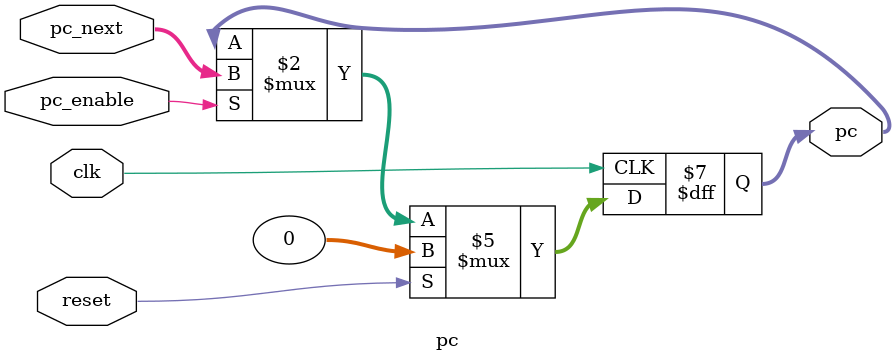
<source format=v>
`timescale 1ns / 1ps

module pc(
input wire clk,
input wire reset,
input wire [31:0] pc_next,
input wire pc_enable,
output reg [31:0] pc
);

always@(posedge clk)
begin
if(reset)
pc <=32'h00000000;
else if(pc_enable)
begin
pc<= pc_next;
end
end
endmodule

</source>
